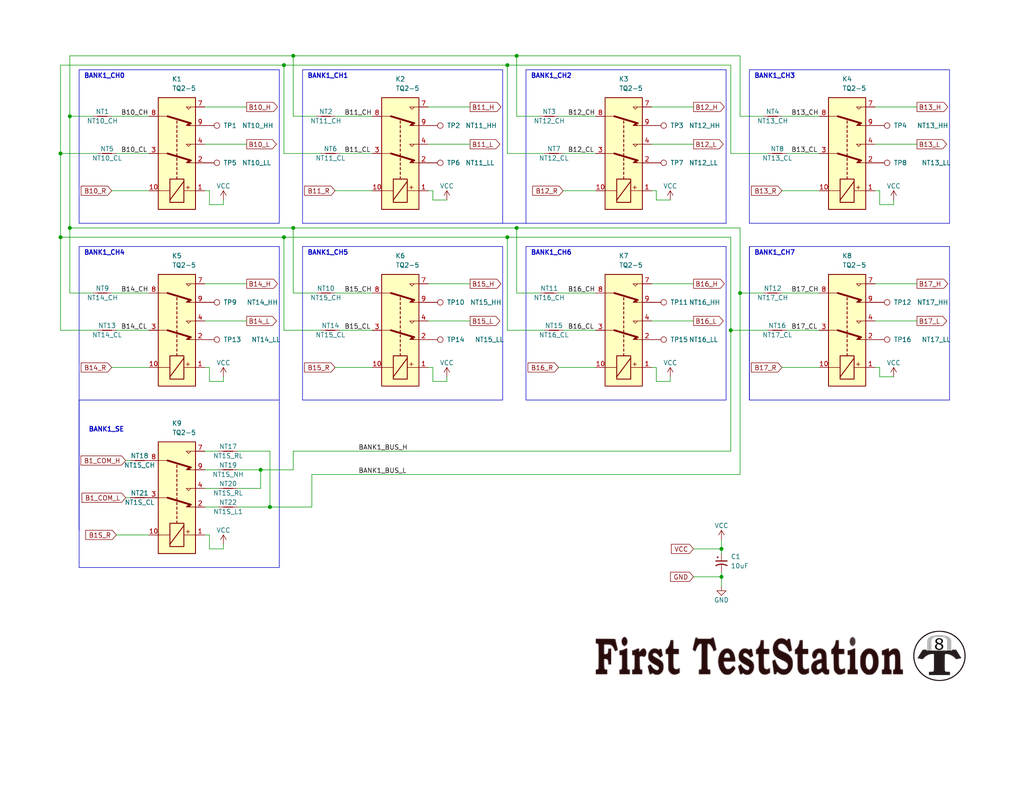
<source format=kicad_sch>
(kicad_sch (version 20230121) (generator eeschema)
  (paper "A")
  (title_block (title "Interconnect IO Board  640-1000-011") (date "2024-10-12") (rev "1.1"))
  (lib_symbols
    (symbol "Library:C_Polarized_Small_US" (pin_numbers hide) (pin_names (offset 0.254) hide)
      (property "Reference" "C" (at 0.254 1.778 0))
      (property "Value" "C_Polarized_Small_US" (at 0.254 -2.032 0))
      (symbol "C_Polarized_Small_US_0_1"
        (polyline (pts (xy -1.524 0.508) (xy 1.524 0.508)) (stroke (width 0.3048)))
        (polyline (pts (xy -1.27 1.524) (xy -0.762 1.524)))
        (polyline (pts (xy -1.016 1.27) (xy -1.016 1.778)))
        (arc (start 1.524 -0.762) (mid 0 -0.3734) (end -1.524 -0.762) (stroke (width 0.3048)))
      )
      (symbol "C_Polarized_Small_US_1_1"
        (pin passive line (at 0 2.54 270) (length 2.032) (name "~") (number "1"))
        (pin passive line (at 0 -2.54 90) (length 2.032) (name "~") (number "2"))
      )
    )
    (symbol "Library:NetTie_2" (pin_numbers hide) (pin_names (offset 0) hide)
      (property "Reference" "NT" (at 0 1.27 0))
      (property "Value" "NetTie_2" (at 0 -1.27 0))
      (symbol "NetTie_2_0_1"
        (polyline (pts (xy -1.27 0) (xy 1.27 0)) (stroke (width 0.254)))
      )
      (symbol "NetTie_2_1_1"
        (pin passive line (at -2.54 0 0) (length 2.54) (name "1") (number "1"))
        (pin passive line (at 2.54 0 180) (length 2.54) (name "2") (number "2"))
      )
    )
    (symbol "Library:TQ2-5"
      (property "Reference" "K?" (at 17.78 1.2701 0))
      (property "Value" "TQ2-5" (at 17.78 -1.2699 0))
      (symbol "TQ2-5_0_0"
        (text "+" (at -9.271 2.921 0) (effects (font (size 1.27 1.27))))
      )
      (symbol "TQ2-5_0_1"
        (rectangle (start -15.24 5.08) (end 15.24 -5.08) (stroke (width 0.254)) (fill (type background)))
        (rectangle (start -13.335 1.905) (end -6.985 -1.905) (stroke (width 0.254)))
        (polyline (pts (xy -12.7 -1.905) (xy -7.62 1.905)) (stroke (width 0.254)))
        (polyline (pts (xy -10.16 -5.08) (xy -10.16 -1.905)))
        (polyline (pts (xy -10.16 5.08) (xy -10.16 1.905)))
        (polyline (pts (xy -6.985 0) (xy -6.35 0)) (stroke (width 0.254)))
        (polyline (pts (xy -5.715 0) (xy -5.08 0)) (stroke (width 0.254)))
        (polyline (pts (xy -4.445 0) (xy -3.81 0)) (stroke (width 0.254)))
        (polyline (pts (xy -3.175 0) (xy -2.54 0)) (stroke (width 0.254)))
        (polyline (pts (xy -1.905 0) (xy -1.27 0)) (stroke (width 0.254)))
        (polyline (pts (xy -0.635 0) (xy 0 0)) (stroke (width 0.254)))
        (polyline (pts (xy 0 -2.54) (xy -1.905 3.81)) (stroke (width 0.508)))
        (polyline (pts (xy 0 -2.54) (xy 0 -5.08)))
        (polyline (pts (xy 0.635 0) (xy 1.27 0)) (stroke (width 0.254)))
        (polyline (pts (xy 1.905 0) (xy 2.54 0)) (stroke (width 0.254)))
        (polyline (pts (xy 3.175 0) (xy 3.81 0)) (stroke (width 0.254)))
        (polyline (pts (xy 4.445 0) (xy 5.08 0)) (stroke (width 0.254)))
        (polyline (pts (xy 5.715 0) (xy 6.35 0)) (stroke (width 0.254)))
        (polyline (pts (xy 6.985 0) (xy 7.62 0)) (stroke (width 0.254)))
        (polyline (pts (xy 8.255 0) (xy 8.89 0)) (stroke (width 0.254)))
        (polyline (pts (xy 10.16 -2.54) (xy 8.255 3.81)) (stroke (width 0.508)))
        (polyline (pts (xy 10.16 -2.54) (xy 10.16 -5.08)))
        (polyline (pts (xy -2.54 5.08) (xy -2.54 2.54) (xy -1.905 3.175) (xy -2.54 3.81)) (fill (type outline)))
        (polyline (pts (xy 2.54 5.08) (xy 2.54 2.54) (xy 1.905 3.175) (xy 2.54 3.81)))
        (polyline (pts (xy 7.62 5.08) (xy 7.62 2.54) (xy 8.255 3.175) (xy 7.62 3.81)) (fill (type outline)))
        (polyline (pts (xy 12.7 5.08) (xy 12.7 2.54) (xy 12.065 3.175) (xy 12.7 3.81)))
      )
      (symbol "TQ2-5_1_1"
        (pin passive line (at -10.16 7.62 270) (length 2.54) (name "~") (number "1"))
        (pin passive line (at -10.16 -7.62 90) (length 2.54) (name "~") (number "10"))
        (pin passive line (at -2.54 7.62 270) (length 2.54) (name "~") (number "2"))
        (pin passive line (at 0 -7.62 90) (length 2.54) (name "~") (number "3"))
        (pin passive line (at 2.54 7.62 270) (length 2.54) (name "~") (number "4"))
        (pin passive line (at 12.7 7.62 270) (length 2.54) (name "~") (number "7"))
        (pin passive line (at 10.16 -7.62 90) (length 2.54) (name "~") (number "8"))
        (pin passive line (at 7.62 7.62 270) (length 2.54) (name "~") (number "9"))
      )
    )
    (symbol "Library:TestPoint" (pin_numbers hide) (pin_names (offset 0.762) hide)
      (property "Reference" "TP" (at 0 6.858 0))
      (property "Value" "TestPoint" (at 0 5.08 0))
      (symbol "TestPoint_0_1"
        (circle (center 0 3.302) (radius 0.762))
      )
      (symbol "TestPoint_1_1"
        (pin passive line (at 0 0 90) (length 2.54) (name "1") (number "1"))
      )
    )
    (symbol "power:GND" (power) (pin_names (offset 0))
      (property "Value" "GND" (at 0 -3.81 0))
      (symbol "GND_0_1"
        (polyline (pts (xy 0 0) (xy 0 -1.27) (xy 1.27 -1.27) (xy 0 -2.54) (xy -1.27 -1.27) (xy 0 -1.27)))
      )
      (symbol "GND_1_1"
        (pin power_in line (at 0 0 270) (length 0) hide (name "GND") (number "1"))
      )
    )
    (symbol "power:VCC" (power) (pin_names (offset 0))
      (property "Value" "VCC" (at 0 3.81 0))
      (symbol "VCC_0_1"
        (polyline (pts (xy -0.762 1.27) (xy 0 2.54)))
        (polyline (pts (xy 0 0) (xy 0 2.54)))
        (polyline (pts (xy 0 2.54) (xy 0.762 1.27)))
      )
      (symbol "VCC_1_1"
        (pin power_in line (at 0 0 90) (length 0) hide (name "VCC") (number "1"))
      )
    )
  )
  (junction (at 138.43 64.77))
  (junction (at 71.12 128.27))
  (junction (at 196.85 149.86))
  (junction (at 16.51 64.77))
  (junction (at 80.01 62.23))
  (junction (at 77.47 64.77))
  (junction (at 199.39 90.17))
  (junction (at 140.97 15.24))
  (junction (at 73.66 138.43))
  (junction (at 201.93 80.01))
  (junction (at 19.05 31.75))
  (junction (at 77.47 17.78))
  (junction (at 196.85 157.48))
  (junction (at 19.05 62.23))
  (junction (at 16.51 41.91))
  (junction (at 140.97 62.23))
  (junction (at 80.01 15.24))
  (junction (at 138.43 17.78))
  (wire (pts (xy 77.47 41.91) (xy 77.47 17.78)))
  (wire (pts (xy 77.47 64.77) (xy 77.47 90.17)))
  (polyline (pts (xy 259.08 60.96) (xy 259.08 19.05)))
  (wire (pts (xy 199.39 41.91) (xy 209.55 41.91)))
  (wire (pts (xy 60.96 55.88) (xy 57.15 55.88)))
  (polyline (pts (xy 21.59 19.05) (xy 21.59 60.96)))
  (wire (pts (xy 16.51 90.17) (xy 26.67 90.17)))
  (wire (pts (xy 238.76 87.63) (xy 250.19 87.63)))
  (polyline (pts (xy 137.16 109.22) (xy 137.16 67.31)))
  (wire (pts (xy 116.84 87.63) (xy 128.27 87.63)))
  (wire (pts (xy 55.88 87.63) (xy 67.31 87.63)))
  (wire (pts (xy 80.01 31.75) (xy 80.01 15.24)))
  (wire (pts (xy 189.23 149.86) (xy 196.85 149.86)))
  (wire (pts (xy 213.36 31.75) (xy 223.52 31.75)))
  (wire (pts (xy 60.96 149.86) (xy 57.15 149.86)))
  (wire (pts (xy 243.84 54.61) (xy 243.84 55.88)))
  (wire (pts (xy 57.15 100.33) (xy 57.15 104.14)))
  (wire (pts (xy 116.84 29.21) (xy 128.27 29.21)))
  (wire (pts (xy 238.76 29.21) (xy 250.19 29.21)))
  (wire (pts (xy 80.01 15.24) (xy 19.05 15.24)))
  (wire (pts (xy 55.88 29.21) (xy 67.31 29.21)))
  (wire (pts (xy 19.05 62.23) (xy 80.01 62.23)))
  (wire (pts (xy 19.05 31.75) (xy 25.4 31.75)))
  (wire (pts (xy 201.93 129.54) (xy 85.09 129.54)))
  (polyline (pts (xy 137.16 60.96) (xy 137.16 19.05)))
  (wire (pts (xy 238.76 77.47) (xy 250.19 77.47)))
  (wire (pts (xy 64.77 133.35) (xy 71.12 133.35)))
  (polyline (pts (xy 198.12 19.05) (xy 143.51 19.05)))
  (wire (pts (xy 91.44 52.07) (xy 101.6 52.07)))
  (wire (pts (xy 16.51 64.77) (xy 16.51 90.17)))
  (wire (pts (xy 213.36 52.07) (xy 223.52 52.07)))
  (wire (pts (xy 16.51 17.78) (xy 77.47 17.78)))
  (wire (pts (xy 80.01 123.19) (xy 80.01 128.27)))
  (wire (pts (xy 208.28 80.01) (xy 201.93 80.01)))
  (wire (pts (xy 201.93 80.01) (xy 201.93 129.54)))
  (wire (pts (xy 55.88 77.47) (xy 67.31 77.47)))
  (polyline (pts (xy 76.2 60.96) (xy 76.2 19.05)))
  (wire (pts (xy 57.15 100.33) (xy 55.88 100.33)))
  (wire (pts (xy 182.88 102.87) (xy 182.88 104.14)))
  (wire (pts (xy 19.05 62.23) (xy 19.05 31.75)))
  (polyline (pts (xy 204.47 67.31) (xy 204.47 109.22)))
  (wire (pts (xy 80.01 62.23) (xy 80.01 80.01)))
  (polyline (pts (xy 143.51 109.22) (xy 198.12 109.22)))
  (wire (pts (xy 85.09 138.43) (xy 73.66 138.43)))
  (wire (pts (xy 182.88 104.14) (xy 179.07 104.14)))
  (wire (pts (xy 140.97 62.23) (xy 140.97 80.01)))
  (polyline (pts (xy 204.47 19.05) (xy 204.47 60.96)))
  (polyline (pts (xy 143.51 19.05) (xy 143.51 60.96)))
  (wire (pts (xy 91.44 31.75) (xy 101.6 31.75)))
  (wire (pts (xy 34.29 135.89) (xy 35.56 135.89)))
  (wire (pts (xy 152.4 31.75) (xy 162.56 31.75)))
  (wire (pts (xy 92.71 90.17) (xy 101.6 90.17)))
  (polyline (pts (xy 82.55 60.96) (xy 137.16 60.96)))
  (polyline (pts (xy 21.59 109.22) (xy 21.59 144.78)))
  (wire (pts (xy 30.48 52.07) (xy 40.64 52.07)))
  (polyline (pts (xy 76.2 154.94) (xy 76.2 146.05)))
  (wire (pts (xy 201.93 80.01) (xy 201.93 62.23)))
  (wire (pts (xy 213.36 80.01) (xy 223.52 80.01)))
  (polyline (pts (xy 76.2 146.05) (xy 76.2 67.31)))
  (wire (pts (xy 55.88 39.37) (xy 67.31 39.37)))
  (wire (pts (xy 138.43 90.17) (xy 148.59 90.17)))
  (wire (pts (xy 118.11 52.07) (xy 116.84 52.07)))
  (polyline (pts (xy 82.55 109.22) (xy 137.16 109.22)))
  (wire (pts (xy 243.84 102.87) (xy 240.03 102.87)))
  (wire (pts (xy 31.75 41.91) (xy 40.64 41.91)))
  (wire (pts (xy 153.67 90.17) (xy 162.56 90.17)))
  (wire (pts (xy 118.11 100.33) (xy 118.11 104.14)))
  (wire (pts (xy 16.51 64.77) (xy 77.47 64.77)))
  (polyline (pts (xy 143.51 60.96) (xy 198.12 60.96)))
  (wire (pts (xy 153.67 52.07) (xy 162.56 52.07)))
  (wire (pts (xy 138.43 41.91) (xy 148.59 41.91)))
  (polyline (pts (xy 143.51 109.22) (xy 143.51 67.31)))
  (wire (pts (xy 152.4 80.01) (xy 162.56 80.01)))
  (polyline (pts (xy 198.12 60.96) (xy 198.12 19.05)))
  (wire (pts (xy 140.97 80.01) (xy 147.32 80.01)))
  (wire (pts (xy 196.85 149.86) (xy 196.85 151.13)))
  (wire (pts (xy 85.09 129.54) (xy 85.09 138.43)))
  (wire (pts (xy 71.12 133.35) (xy 71.12 128.27)))
  (wire (pts (xy 153.67 41.91) (xy 162.56 41.91)))
  (wire (pts (xy 30.48 31.75) (xy 40.64 31.75)))
  (wire (pts (xy 240.03 100.33) (xy 240.03 102.87)))
  (wire (pts (xy 189.23 157.48) (xy 196.85 157.48)))
  (polyline (pts (xy 21.59 109.22) (xy 21.59 154.94)))
  (wire (pts (xy 55.88 123.19) (xy 59.69 123.19)))
  (wire (pts (xy 199.39 123.19) (xy 199.39 90.17)))
  (wire (pts (xy 121.92 102.87) (xy 121.92 104.14)))
  (wire (pts (xy 55.88 133.35) (xy 59.69 133.35)))
  (wire (pts (xy 116.84 77.47) (xy 128.27 77.47)))
  (wire (pts (xy 73.66 138.43) (xy 64.77 138.43)))
  (wire (pts (xy 16.51 41.91) (xy 26.67 41.91)))
  (wire (pts (xy 214.63 90.17) (xy 223.52 90.17)))
  (wire (pts (xy 57.15 52.07) (xy 55.88 52.07)))
  (wire (pts (xy 240.03 52.07) (xy 238.76 52.07)))
  (wire (pts (xy 118.11 52.07) (xy 118.11 54.61)))
  (polyline (pts (xy 21.59 67.31) (xy 21.59 109.22)))
  (wire (pts (xy 34.29 125.73) (xy 35.56 125.73)))
  (wire (pts (xy 91.44 80.01) (xy 101.6 80.01)))
  (wire (pts (xy 138.43 17.78) (xy 138.43 41.91)))
  (wire (pts (xy 25.4 80.01) (xy 19.05 80.01)))
  (wire (pts (xy 91.44 100.33) (xy 101.6 100.33)))
  (wire (pts (xy 179.07 100.33) (xy 177.8 100.33)))
  (polyline (pts (xy 76.2 19.05) (xy 21.59 19.05)))
  (wire (pts (xy 121.92 104.14) (xy 118.11 104.14)))
  (wire (pts (xy 177.8 29.21) (xy 189.23 29.21)))
  (wire (pts (xy 71.12 128.27) (xy 80.01 128.27)))
  (wire (pts (xy 199.39 90.17) (xy 209.55 90.17)))
  (wire (pts (xy 64.77 128.27) (xy 71.12 128.27)))
  (wire (pts (xy 240.03 52.07) (xy 240.03 55.88)))
  (wire (pts (xy 196.85 157.48) (xy 196.85 160.02)))
  (wire (pts (xy 16.51 41.91) (xy 16.51 17.78)))
  (wire (pts (xy 199.39 41.91) (xy 199.39 17.78)))
  (wire (pts (xy 77.47 17.78) (xy 138.43 17.78)))
  (wire (pts (xy 30.48 100.33) (xy 40.64 100.33)))
  (wire (pts (xy 201.93 62.23) (xy 140.97 62.23)))
  (wire (pts (xy 243.84 55.88) (xy 240.03 55.88)))
  (wire (pts (xy 77.47 90.17) (xy 87.63 90.17)))
  (wire (pts (xy 31.75 90.17) (xy 40.64 90.17)))
  (polyline (pts (xy 137.16 67.31) (xy 82.55 67.31)))
  (wire (pts (xy 201.93 31.75) (xy 201.93 15.24)))
  (wire (pts (xy 182.88 54.61) (xy 179.07 54.61)))
  (wire (pts (xy 80.01 123.19) (xy 199.39 123.19)))
  (wire (pts (xy 177.8 39.37) (xy 189.23 39.37)))
  (wire (pts (xy 16.51 64.77) (xy 16.51 41.91)))
  (wire (pts (xy 199.39 64.77) (xy 199.39 90.17)))
  (polyline (pts (xy 259.08 19.05) (xy 204.47 19.05)))
  (wire (pts (xy 30.48 80.01) (xy 40.64 80.01)))
  (polyline (pts (xy 82.55 19.05) (xy 82.55 60.96)))
  (wire (pts (xy 73.66 123.19) (xy 73.66 138.43)))
  (wire (pts (xy 177.8 87.63) (xy 189.23 87.63)))
  (wire (pts (xy 140.97 15.24) (xy 80.01 15.24)))
  (polyline (pts (xy 137.16 19.05) (xy 82.55 19.05)))
  (polyline (pts (xy 137.16 60.96) (xy 143.51 60.96)))
  (wire (pts (xy 208.28 31.75) (xy 201.93 31.75)))
  (wire (pts (xy 57.15 146.05) (xy 57.15 149.86)))
  (wire (pts (xy 140.97 31.75) (xy 140.97 15.24)))
  (wire (pts (xy 214.63 41.91) (xy 223.52 41.91)))
  (wire (pts (xy 80.01 62.23) (xy 140.97 62.23)))
  (wire (pts (xy 92.71 41.91) (xy 101.6 41.91)))
  (wire (pts (xy 179.07 52.07) (xy 177.8 52.07)))
  (wire (pts (xy 147.32 31.75) (xy 140.97 31.75)))
  (wire (pts (xy 138.43 64.77) (xy 138.43 90.17)))
  (polyline (pts (xy 259.08 67.31) (xy 204.47 67.31)))
  (wire (pts (xy 213.36 100.33) (xy 223.52 100.33)))
  (wire (pts (xy 179.07 100.33) (xy 179.07 104.14)))
  (wire (pts (xy 116.84 39.37) (xy 128.27 39.37)))
  (wire (pts (xy 77.47 41.91) (xy 87.63 41.91)))
  (wire (pts (xy 179.07 52.07) (xy 179.07 54.61)))
  (polyline (pts (xy 82.55 109.22) (xy 82.55 67.31)))
  (polyline (pts (xy 259.08 109.22) (xy 259.08 67.31)))
  (wire (pts (xy 55.88 138.43) (xy 59.69 138.43)))
  (polyline (pts (xy 204.47 67.31) (xy 204.47 109.22)))
  (polyline (pts (xy 198.12 109.22) (xy 198.12 67.31)))
  (wire (pts (xy 19.05 80.01) (xy 19.05 62.23)))
  (wire (pts (xy 121.92 54.61) (xy 118.11 54.61)))
  (polyline (pts (xy 204.47 109.22) (xy 259.08 109.22)))
  (wire (pts (xy 177.8 77.47) (xy 189.23 77.47)))
  (wire (pts (xy 138.43 64.77) (xy 199.39 64.77)))
  (wire (pts (xy 19.05 15.24) (xy 19.05 31.75)))
  (wire (pts (xy 57.15 52.07) (xy 57.15 55.88)))
  (wire (pts (xy 240.03 100.33) (xy 238.76 100.33)))
  (wire (pts (xy 64.77 123.19) (xy 73.66 123.19)))
  (wire (pts (xy 60.96 104.14) (xy 57.15 104.14)))
  (wire (pts (xy 80.01 80.01) (xy 86.36 80.01)))
  (wire (pts (xy 86.36 31.75) (xy 80.01 31.75)))
  (wire (pts (xy 201.93 15.24) (xy 140.97 15.24)))
  (wire (pts (xy 60.96 148.59) (xy 60.96 149.86)))
  (wire (pts (xy 57.15 146.05) (xy 55.88 146.05)))
  (wire (pts (xy 196.85 147.32) (xy 196.85 149.86)))
  (polyline (pts (xy 76.2 67.31) (xy 21.59 67.31)))
  (polyline (pts (xy 198.12 67.31) (xy 143.51 67.31)))
  (polyline (pts (xy 76.2 109.22) (xy 21.59 109.22)))
  (wire (pts (xy 152.4 100.33) (xy 162.56 100.33)))
  (wire (pts (xy 196.85 157.48) (xy 196.85 156.21)))
  (wire (pts (xy 31.75 146.05) (xy 40.64 146.05)))
  (polyline (pts (xy 204.47 60.96) (xy 259.08 60.96)))
  (wire (pts (xy 55.88 128.27) (xy 59.69 128.27)))
  (wire (pts (xy 77.47 64.77) (xy 138.43 64.77)))
  (wire (pts (xy 118.11 100.33) (xy 116.84 100.33)))
  (wire (pts (xy 199.39 17.78) (xy 138.43 17.78)))
  (wire (pts (xy 238.76 39.37) (xy 250.19 39.37)))
  (wire (pts (xy 60.96 102.87) (xy 60.96 104.14)))
  (wire (pts (xy 60.96 54.61) (xy 60.96 55.88)))
  (polyline (pts (xy 21.59 60.96) (xy 76.2 60.96)))
  (polyline (pts (xy 21.59 154.94) (xy 76.2 154.94)))
  (image (at 256.54 179.07))
  (image (at 204.47 179.07) (scale 2.13772))
  (text "BANK1_CH3" (at 205.74 21.59 0) (effects (font (size 1.27 1.27) (thickness 0.254) bold) (justify left bottom)))
  (text "BANK1_SE" (at 24.13 118.11 0) (effects (font (size 1.27 1.27) (thickness 0.254) bold) (justify left bottom)))
  (text "BANK1_CH7" (at 205.74 69.85 0) (effects (font (size 1.27 1.27) (thickness 0.254) bold) (justify left bottom)))
  (text "BANK1_CH5" (at 83.82 69.85 0) (effects (font (size 1.27 1.27) (thickness 0.254) bold) (justify left bottom)))
  (text "BANK1_CH1" (at 83.82 21.59 0) (effects (font (size 1.27 1.27) (thickness 0.254) bold) (justify left bottom)))
  (text "BANK1_CH4" (at 22.86 69.85 0) (effects (font (size 1.27 1.27) (thickness 0.254) bold) (justify left bottom)))
  (text "BANK1_CH0" (at 22.86 21.59 0) (effects (font (size 1.27 1.27) (thickness 0.254) bold) (justify left bottom)))
  (text "BANK1_CH2" (at 144.78 21.59 0) (effects (font (size 1.27 1.27) (thickness 0.254) bold) (justify left bottom)))
  (text "BANK1_CH6" (at 144.78 69.85 0) (effects (font (size 1.27 1.27) (thickness 0.254) bold) (justify left bottom)))
  (label "B12_CH" (at 154.94 31.75 0))
  (label "B15_CL" (at 93.98 90.17 0))
  (label "BANK1_BUS_L" (at 97.79 129.54 0))
  (label "B11_CL" (at 93.98 41.91 0))
  (label "B16_CH" (at 154.94 80.01 0))
  (label "B16_CL" (at 154.94 90.17 0))
  (label "B12_CL" (at 154.94 41.91 0))
  (label "B15_CH" (at 93.98 80.01 0))
  (label "B14_CH" (at 33.02 80.01 0))
  (label "B17_CL" (at 215.9 90.17 0))
  (label "B13_CH" (at 215.9 31.75 0))
  (label "B14_CL" (at 33.02 90.17 0))
  (label "B10_CL" (at 33.02 41.91 0))
  (label "B10_CH" (at 33.02 31.75 0))
  (label "B13_CL" (at 215.9 41.91 0))
  (label "B11_CH" (at 93.98 31.75 0))
  (label "BANK1_BUS_H" (at 97.79 123.19 0))
  (label "B17_CH" (at 215.9 80.01 0))
  (global_label "B15_L" (shape output) (at 128.27 87.63 0) (property "Intersheetrefs" "${INTERSHEET_REFS}" (effects hide)))
  (global_label "B12_R" (shape input) (at 153.67 52.07 180) (property "Intersheetrefs" "${INTERSHEET_REFS}" (effects hide)))
  (global_label "B17_H" (shape output) (at 250.19 77.47 0) (property "Intersheetrefs" "${INTERSHEET_REFS}" (effects hide)))
  (global_label "GND" (shape input) (at 189.23 157.48 180) (property "Intersheetrefs" "${INTERSHEET_REFS}" (effects hide)))
  (global_label "B17_L" (shape output) (at 250.19 87.63 0) (property "Intersheetrefs" "${INTERSHEET_REFS}" (effects hide)))
  (global_label "VCC" (shape input) (at 189.23 149.86 180) (property "Intersheetrefs" "${INTERSHEET_REFS}" (effects hide)))
  (global_label "B11_L" (shape output) (at 128.27 39.37 0) (property "Intersheetrefs" "${INTERSHEET_REFS}" (effects hide)))
  (global_label "B13_R" (shape input) (at 213.36 52.07 180) (property "Intersheetrefs" "${INTERSHEET_REFS}" (effects hide)))
  (global_label "B10_R" (shape input) (at 30.48 52.07 180) (property "Intersheetrefs" "${INTERSHEET_REFS}" (effects hide)))
  (global_label "B16_R" (shape input) (at 152.4 100.33 180) (property "Intersheetrefs" "${INTERSHEET_REFS}" (effects hide)))
  (global_label "B1_COM_H" (shape input) (at 34.29 125.73 180) (property "Intersheetrefs" "${INTERSHEET_REFS}" (effects hide)))
  (global_label "B16_H" (shape output) (at 189.23 77.47 0) (property "Intersheetrefs" "${INTERSHEET_REFS}" (effects hide)))
  (global_label "B14_H" (shape output) (at 67.31 77.47 0) (property "Intersheetrefs" "${INTERSHEET_REFS}" (effects hide)))
  (global_label "B14_L" (shape output) (at 67.31 87.63 0) (property "Intersheetrefs" "${INTERSHEET_REFS}" (effects hide)))
  (global_label "B14_R" (shape input) (at 30.48 100.33 180) (property "Intersheetrefs" "${INTERSHEET_REFS}" (effects hide)))
  (global_label "B11_R" (shape input) (at 91.44 52.07 180) (property "Intersheetrefs" "${INTERSHEET_REFS}" (effects hide)))
  (global_label "B12_H" (shape output) (at 189.23 29.21 0) (property "Intersheetrefs" "${INTERSHEET_REFS}" (effects hide)))
  (global_label "B15_H" (shape output) (at 128.27 77.47 0) (property "Intersheetrefs" "${INTERSHEET_REFS}" (effects hide)))
  (global_label "B16_L" (shape output) (at 189.23 87.63 0) (property "Intersheetrefs" "${INTERSHEET_REFS}" (effects hide)))
  (global_label "B12_L" (shape output) (at 189.23 39.37 0) (property "Intersheetrefs" "${INTERSHEET_REFS}" (effects hide)))
  (global_label "B17_R" (shape input) (at 213.36 100.33 180) (property "Intersheetrefs" "${INTERSHEET_REFS}" (effects hide)))
  (global_label "B15_R" (shape input) (at 91.44 100.33 180) (property "Intersheetrefs" "${INTERSHEET_REFS}" (effects hide)))
  (global_label "B10_H" (shape output) (at 67.31 29.21 0) (property "Intersheetrefs" "${INTERSHEET_REFS}" (effects hide)))
  (global_label "B1S_R" (shape input) (at 31.75 146.05 180) (property "Intersheetrefs" "${INTERSHEET_REFS}" (effects hide)))
  (global_label "B11_H" (shape output) (at 128.27 29.21 0) (property "Intersheetrefs" "${INTERSHEET_REFS}" (effects hide)))
  (global_label "B1_COM_L" (shape input) (at 34.29 135.89 180) (property "Intersheetrefs" "${INTERSHEET_REFS}" (effects hide)))
  (global_label "B13_H" (shape output) (at 250.19 29.21 0) (property "Intersheetrefs" "${INTERSHEET_REFS}" (effects hide)))
  (global_label "B10_L" (shape output) (at 67.31 39.37 0) (property "Intersheetrefs" "${INTERSHEET_REFS}" (effects hide)))
  (global_label "B13_L" (shape output) (at 250.19 39.37 0) (property "Intersheetrefs" "${INTERSHEET_REFS}" (effects hide)))
  (symbol (lib_id "Library:TestPoint") (at 55.88 92.71 270) (unit 1)
    (property "Reference" "TP13" (at 60.96 92.71 90) (effects (justify left)))
    (property "Value" "NT14_LL" (at 68.58 92.71 90) (effects (justify left)))
    (property "Footprint" "TestPoint:TestPoint_THTPad_D1.5mm_Drill0.7mm" (effects hide))
  )
  (symbol (lib_id "Library:NetTie_2") (at 62.23 123.19 0) (unit 1)
    (property "Reference" "NT17" (at 62.23 121.92 0))
    (property "Value" "NT1S_RL" (at 62.23 124.46 0))
    (property "Footprint" "NetTie:NetTie-2_Front1.0mm" (effects hide))
  )
  (symbol (lib_id "Library:TestPoint") (at 238.76 82.55 270) (unit 1)
    (property "Reference" "TP12" (at 243.84 82.55 90) (effects (justify left)))
    (property "Value" "NT17_HH" (at 250.19 82.55 90) (effects (justify left)))
    (property "Footprint" "TestPoint:TestPoint_THTPad_D1.5mm_Drill0.7mm" (effects hide))
  )
  (symbol (lib_id "Library:NetTie_2") (at 62.23 138.43 0) (unit 1)
    (property "Reference" "NT22" (at 62.23 137.16 0))
    (property "Value" "NT1S_L1" (at 62.23 139.7 0))
    (property "Footprint" "NetTie:NetTie-2_Front1.0mm" (effects hide))
  )
  (symbol (lib_id "Library:C_Polarized_Small_US") (at 196.85 153.67 0) (unit 1)
    (property "Reference" "C1" (at 199.39 151.9681 0) (effects (justify left)))
    (property "Value" "10uF" (at 199.39 154.5081 0) (effects (justify left)))
    (property "Footprint" "Capacitor_THT:CP_Radial_D4.0mm_P2.00mm" (effects hide))
  )
  (symbol (lib_id "Library:NetTie_2") (at 149.86 80.01 0) (unit 1)
    (property "Reference" "NT11" (at 149.86 78.74 0))
    (property "Value" "NT16_CH" (at 149.86 81.28 0))
    (property "Footprint" "NetTie:NetTie-2_Front1.0mm" (effects hide))
  )
  (symbol (lib_id "Library:TQ2-5") (at 231.14 41.91 270) (mirror x) (unit 1)
    (property "Reference" "K4" (at 231.14 21.59 90))
    (property "Value" "TQ2-5" (at 229.8701 24.13 90) (effects (justify left)))
    (property "Footprint" "Relay_THT:Relay_DPDT_FRT5" (effects hide))
    (property "Datasheet" "http://omronfs.omron.com/en_US/ecb/products/pdf/en-tq2.pdf" (effects hide))
  )
  (symbol (lib_id "power:VCC") (at 196.85 147.32 0) (unit 1)
    (property "Reference" "#PWR09" (effects hide))
    (property "Value" "VCC" (at 196.85 143.51 0))
  )
  (symbol (lib_id "Library:TestPoint") (at 177.8 82.55 270) (unit 1)
    (property "Reference" "TP11" (at 182.88 82.55 90) (effects (justify left)))
    (property "Value" "NT16_HH" (at 187.96 82.55 90) (effects (justify left)))
    (property "Footprint" "TestPoint:TestPoint_THTPad_D1.5mm_Drill0.7mm" (effects hide))
  )
  (symbol (lib_id "Library:NetTie_2") (at 210.82 80.01 0) (unit 1)
    (property "Reference" "NT12" (at 210.82 78.74 0))
    (property "Value" "NT17_CH" (at 210.82 81.28 0))
    (property "Footprint" "NetTie:NetTie-2_Front1.0mm" (effects hide))
  )
  (symbol (lib_id "Library:NetTie_2") (at 27.94 31.75 0) (unit 1)
    (property "Reference" "NT1" (at 27.94 30.48 0))
    (property "Value" "NT10_CH" (at 27.94 33.02 0))
    (property "Footprint" "NetTie:NetTie-2_Front1.0mm" (effects hide))
  )
  (symbol (lib_id "power:GND") (at 196.85 160.02 0) (unit 1)
    (property "Reference" "#PWR011" (effects hide))
    (property "Value" "GND" (at 196.85 163.83 0))
  )
  (symbol (lib_id "Library:TQ2-5") (at 48.26 41.91 270) (mirror x) (unit 1)
    (property "Reference" "K1" (at 48.26 21.59 90))
    (property "Value" "TQ2-5" (at 46.9901 24.13 90) (effects (justify left)))
    (property "Footprint" "Relay_THT:Relay_DPDT_FRT5" (effects hide))
    (property "Datasheet" "http://omronfs.omron.com/en_US/ecb/products/pdf/en-tq2.pdf" (effects hide))
  )
  (symbol (lib_id "Library:TQ2-5") (at 231.14 90.17 270) (mirror x) (unit 1)
    (property "Reference" "K8" (at 231.14 69.85 90))
    (property "Value" "TQ2-5" (at 229.8701 72.39 90) (effects (justify left)))
    (property "Footprint" "Relay_THT:Relay_DPDT_FRT5" (effects hide))
    (property "Datasheet" "http://omronfs.omron.com/en_US/ecb/products/pdf/en-tq2.pdf" (effects hide))
  )
  (symbol (lib_id "power:VCC") (at 121.92 102.87 0) (unit 1)
    (property "Reference" "#PWR06" (effects hide))
    (property "Value" "VCC" (at 121.92 99.06 0))
  )
  (symbol (lib_id "power:VCC") (at 182.88 102.87 0) (unit 1)
    (property "Reference" "#PWR07" (effects hide))
    (property "Value" "VCC" (at 182.88 99.06 0))
  )
  (symbol (lib_id "Library:NetTie_2") (at 38.1 135.89 0) (unit 1)
    (property "Reference" "NT21" (at 38.1 134.62 0))
    (property "Value" "NT1S_CL" (at 38.1 137.16 0))
    (property "Footprint" "NetTie:NetTie-2_Front1.0mm" (effects hide))
  )
  (symbol (lib_id "Library:NetTie_2") (at 212.09 41.91 0) (unit 1)
    (property "Reference" "NT8" (at 212.09 40.64 0))
    (property "Value" "NT13_CL" (at 212.09 43.18 0))
    (property "Footprint" "NetTie:NetTie-2_Front1.0mm" (effects hide))
  )
  (symbol (lib_id "Library:TQ2-5") (at 48.26 135.89 270) (mirror x) (unit 1)
    (property "Reference" "K9" (at 48.26 115.57 90))
    (property "Value" "TQ2-5" (at 46.9901 118.11 90) (effects (justify left)))
    (property "Footprint" "Relay_THT:Relay_DPDT_FRT5" (effects hide))
    (property "Datasheet" "http://omronfs.omron.com/en_US/ecb/products/pdf/en-tq2.pdf" (effects hide))
  )
  (symbol (lib_id "Library:NetTie_2") (at 149.86 31.75 0) (unit 1)
    (property "Reference" "NT3" (at 149.86 30.48 0))
    (property "Value" "NT12_CH" (at 149.86 33.02 0))
    (property "Footprint" "NetTie:NetTie-2_Front1.0mm" (effects hide))
  )
  (symbol (lib_id "Library:TestPoint") (at 116.84 34.29 270) (unit 1)
    (property "Reference" "TP2" (at 121.92 34.29 90) (effects (justify left)))
    (property "Value" "NT11_HH" (at 127 34.29 90) (effects (justify left)))
    (property "Footprint" "TestPoint:TestPoint_THTPad_D1.5mm_Drill0.7mm" (effects hide))
  )
  (symbol (lib_id "Library:TestPoint") (at 177.8 92.71 270) (unit 1)
    (property "Reference" "TP15" (at 182.88 92.71 90) (effects (justify left)))
    (property "Value" "NT16_LL" (at 187.96 92.71 90) (effects (justify left)))
    (property "Footprint" "TestPoint:TestPoint_THTPad_D1.5mm_Drill0.7mm" (effects hide))
  )
  (symbol (lib_id "Library:TQ2-5") (at 109.22 90.17 270) (mirror x) (unit 1)
    (property "Reference" "K6" (at 109.22 69.85 90))
    (property "Value" "TQ2-5" (at 107.9501 72.39 90) (effects (justify left)))
    (property "Footprint" "Relay_THT:Relay_DPDT_FRT5" (effects hide))
    (property "Datasheet" "http://omronfs.omron.com/en_US/ecb/products/pdf/en-tq2.pdf" (effects hide))
  )
  (symbol (lib_id "Library:NetTie_2") (at 62.23 128.27 0) (unit 1)
    (property "Reference" "NT19" (at 62.23 127 0))
    (property "Value" "NT1S_NH" (at 62.23 129.54 0))
    (property "Footprint" "NetTie:NetTie-2_Front1.0mm" (effects hide))
  )
  (symbol (lib_id "Library:TestPoint") (at 238.76 34.29 270) (unit 1)
    (property "Reference" "TP4" (at 243.84 34.29 90) (effects (justify left)))
    (property "Value" "NT13_HH" (at 250.19 34.29 90) (effects (justify left)))
    (property "Footprint" "TestPoint:TestPoint_THTPad_D1.5mm_Drill0.7mm" (effects hide))
  )
  (symbol (lib_id "Library:NetTie_2") (at 88.9 80.01 0) (unit 1)
    (property "Reference" "NT10" (at 88.9 78.74 0))
    (property "Value" "NT15_CH" (at 88.9 81.28 0))
    (property "Footprint" "NetTie:NetTie-2_Front1.0mm" (effects hide))
  )
  (symbol (lib_id "power:VCC") (at 60.96 102.87 0) (unit 1)
    (property "Reference" "#PWR05" (effects hide))
    (property "Value" "VCC" (at 60.96 99.06 0))
  )
  (symbol (lib_id "Library:TestPoint") (at 116.84 44.45 270) (unit 1)
    (property "Reference" "TP6" (at 121.92 44.45 90) (effects (justify left)))
    (property "Value" "NT11_LL" (at 127 44.45 90) (effects (justify left)))
    (property "Footprint" "TestPoint:TestPoint_THTPad_D1.5mm_Drill0.7mm" (effects hide))
  )
  (symbol (lib_id "Library:NetTie_2") (at 38.1 125.73 0) (unit 1)
    (property "Reference" "NT18" (at 38.1 124.46 0))
    (property "Value" "NT1S_CH" (at 38.1 127 0))
    (property "Footprint" "NetTie:NetTie-2_Front1.0mm" (effects hide))
  )
  (symbol (lib_id "power:VCC") (at 121.92 54.61 0) (unit 1)
    (property "Reference" "#PWR02" (effects hide))
    (property "Value" "VCC" (at 121.92 50.8 0))
  )
  (symbol (lib_id "Library:TestPoint") (at 238.76 92.71 270) (unit 1)
    (property "Reference" "TP16" (at 243.84 92.71 90) (effects (justify left)))
    (property "Value" "NT17_LL" (at 251.46 92.71 90) (effects (justify left)))
    (property "Footprint" "TestPoint:TestPoint_THTPad_D1.5mm_Drill0.7mm" (effects hide))
  )
  (symbol (lib_id "Library:TestPoint") (at 238.76 44.45 270) (unit 1)
    (property "Reference" "TP8" (at 243.84 44.45 90) (effects (justify left)))
    (property "Value" "NT13_LL" (at 251.46 44.45 90) (effects (justify left)))
    (property "Footprint" "TestPoint:TestPoint_THTPad_D1.5mm_Drill0.7mm" (effects hide))
  )
  (symbol (lib_id "Library:TestPoint") (at 116.84 92.71 270) (unit 1)
    (property "Reference" "TP14" (at 121.92 92.71 90) (effects (justify left)))
    (property "Value" "NT15_LL" (at 129.54 92.71 90) (effects (justify left)))
    (property "Footprint" "TestPoint:TestPoint_THTPad_D1.5mm_Drill0.7mm" (effects hide))
  )
  (symbol (lib_id "Library:NetTie_2") (at 88.9 31.75 0) (unit 1)
    (property "Reference" "NT2" (at 88.9 30.48 0))
    (property "Value" "NT11_CH" (at 88.9 33.02 0))
    (property "Footprint" "NetTie:NetTie-2_Front1.0mm" (effects hide))
  )
  (symbol (lib_id "power:VCC") (at 243.84 102.87 0) (unit 1)
    (property "Reference" "#PWR08" (effects hide))
    (property "Value" "VCC" (at 243.84 99.06 0))
  )
  (symbol (lib_id "Library:NetTie_2") (at 27.94 80.01 0) (unit 1)
    (property "Reference" "NT9" (at 27.94 78.74 0))
    (property "Value" "NT14_CH" (at 27.94 81.28 0))
    (property "Footprint" "NetTie:NetTie-2_Front1.0mm" (effects hide))
  )
  (symbol (lib_id "Library:TQ2-5") (at 109.22 41.91 270) (mirror x) (unit 1)
    (property "Reference" "K2" (at 109.22 21.59 90))
    (property "Value" "TQ2-5" (at 107.9501 24.13 90) (effects (justify left)))
    (property "Footprint" "Relay_THT:Relay_DPDT_FRT5" (effects hide))
    (property "Datasheet" "http://omronfs.omron.com/en_US/ecb/products/pdf/en-tq2.pdf" (effects hide))
  )
  (symbol (lib_id "power:VCC") (at 60.96 54.61 0) (unit 1)
    (property "Reference" "#PWR01" (effects hide))
    (property "Value" "VCC" (at 60.96 50.8 0))
  )
  (symbol (lib_id "Library:TQ2-5") (at 170.18 90.17 270) (mirror x) (unit 1)
    (property "Reference" "K7" (at 170.18 69.85 90))
    (property "Value" "TQ2-5" (at 168.9101 72.39 90) (effects (justify left)))
    (property "Footprint" "Relay_THT:Relay_DPDT_FRT5" (effects hide))
    (property "Datasheet" "http://omronfs.omron.com/en_US/ecb/products/pdf/en-tq2.pdf" (effects hide))
  )
  (symbol (lib_id "Library:NetTie_2") (at 90.17 41.91 0) (unit 1)
    (property "Reference" "NT6" (at 90.17 40.64 0))
    (property "Value" "NT11_CL" (at 90.17 43.18 0))
    (property "Footprint" "NetTie:NetTie-2_Front1.0mm" (effects hide))
  )
  (symbol (lib_id "Library:NetTie_2") (at 29.21 90.17 0) (unit 1)
    (property "Reference" "NT13" (at 29.21 88.9 0))
    (property "Value" "NT14_CL" (at 29.21 91.44 0))
    (property "Footprint" "NetTie:NetTie-2_Front1.0mm" (effects hide))
  )
  (symbol (lib_id "Library:TQ2-5") (at 170.18 41.91 270) (mirror x) (unit 1)
    (property "Reference" "K3" (at 170.18 21.59 90))
    (property "Value" "TQ2-5" (at 168.9101 24.13 90) (effects (justify left)))
    (property "Footprint" "Relay_THT:Relay_DPDT_FRT5" (effects hide))
    (property "Datasheet" "http://omronfs.omron.com/en_US/ecb/products/pdf/en-tq2.pdf" (effects hide))
  )
  (symbol (lib_id "power:VCC") (at 243.84 54.61 0) (unit 1)
    (property "Reference" "#PWR04" (effects hide))
    (property "Value" "VCC" (at 243.84 50.8 0))
  )
  (symbol (lib_id "Library:NetTie_2") (at 62.23 133.35 0) (unit 1)
    (property "Reference" "NT20" (at 62.23 132.08 0))
    (property "Value" "NT1S_RL" (at 62.23 134.62 0))
    (property "Footprint" "NetTie:NetTie-2_Front1.0mm" (effects hide))
  )
  (symbol (lib_id "Library:TestPoint") (at 55.88 34.29 270) (unit 1)
    (property "Reference" "TP1" (at 60.96 34.29 90) (effects (justify left)))
    (property "Value" "NT10_HH" (at 66.04 34.29 90) (effects (justify left)))
    (property "Footprint" "TestPoint:TestPoint_THTPad_D1.5mm_Drill0.7mm" (effects hide))
  )
  (symbol (lib_id "Library:NetTie_2") (at 29.21 41.91 0) (unit 1)
    (property "Reference" "NT5" (at 29.21 40.64 0))
    (property "Value" "NT10_CL" (at 29.21 43.18 0))
    (property "Footprint" "NetTie:NetTie-2_Front1.0mm" (effects hide))
  )
  (symbol (lib_id "power:VCC") (at 60.96 148.59 0) (unit 1)
    (property "Reference" "#PWR010" (effects hide))
    (property "Value" "VCC" (at 60.96 144.78 0))
  )
  (symbol (lib_id "Library:TQ2-5") (at 48.26 90.17 270) (mirror x) (unit 1)
    (property "Reference" "K5" (at 48.26 69.85 90))
    (property "Value" "TQ2-5" (at 46.9901 72.39 90) (effects (justify left)))
    (property "Footprint" "Relay_THT:Relay_DPDT_FRT5" (effects hide))
    (property "Datasheet" "http://omronfs.omron.com/en_US/ecb/products/pdf/en-tq2.pdf" (effects hide))
  )
  (symbol (lib_id "Library:TestPoint") (at 177.8 44.45 270) (unit 1)
    (property "Reference" "TP7" (at 182.88 44.45 90) (effects (justify left)))
    (property "Value" "NT12_LL" (at 187.96 44.45 90) (effects (justify left)))
    (property "Footprint" "TestPoint:TestPoint_THTPad_D1.5mm_Drill0.7mm" (effects hide))
  )
  (symbol (lib_id "Library:TestPoint") (at 55.88 44.45 270) (unit 1)
    (property "Reference" "TP5" (at 60.96 44.45 90) (effects (justify left)))
    (property "Value" "NT10_LL" (at 66.04 44.45 90) (effects (justify left)))
    (property "Footprint" "TestPoint:TestPoint_THTPad_D1.5mm_Drill0.7mm" (effects hide))
  )
  (symbol (lib_id "power:VCC") (at 182.88 54.61 0) (unit 1)
    (property "Reference" "#PWR03" (effects hide))
    (property "Value" "VCC" (at 182.88 50.8 0))
  )
  (symbol (lib_id "Library:NetTie_2") (at 210.82 31.75 0) (unit 1)
    (property "Reference" "NT4" (at 210.82 30.48 0))
    (property "Value" "NT13_CH" (at 210.82 33.02 0))
    (property "Footprint" "NetTie:NetTie-2_Front1.0mm" (effects hide))
  )
  (symbol (lib_id "Library:NetTie_2") (at 212.09 90.17 0) (unit 1)
    (property "Reference" "NT16" (at 212.09 88.9 0))
    (property "Value" "NT17_CL" (at 212.09 91.44 0))
    (property "Footprint" "NetTie:NetTie-2_Front1.0mm" (effects hide))
  )
  (symbol (lib_id "Library:NetTie_2") (at 90.17 90.17 0) (unit 1)
    (property "Reference" "NT14" (at 90.17 88.9 0))
    (property "Value" "NT15_CL" (at 90.17 91.44 0))
    (property "Footprint" "NetTie:NetTie-2_Front1.0mm" (effects hide))
  )
  (symbol (lib_id "Library:TestPoint") (at 116.84 82.55 270) (unit 1)
    (property "Reference" "TP10" (at 121.92 82.55 90) (effects (justify left)))
    (property "Value" "NT15_HH" (at 128.27 82.55 90) (effects (justify left)))
    (property "Footprint" "TestPoint:TestPoint_THTPad_D1.5mm_Drill0.7mm" (effects hide))
  )
  (symbol (lib_id "Library:TestPoint") (at 55.88 82.55 270) (unit 1)
    (property "Reference" "TP9" (at 60.96 82.55 90) (effects (justify left)))
    (property "Value" "NT14_HH" (at 67.31 82.55 90) (effects (justify left)))
    (property "Footprint" "TestPoint:TestPoint_THTPad_D1.5mm_Drill0.7mm" (effects hide))
  )
  (symbol (lib_id "Library:NetTie_2") (at 151.13 41.91 0) (unit 1)
    (property "Reference" "NT7" (at 151.13 40.64 0))
    (property "Value" "NT12_CL" (at 151.13 43.18 0))
    (property "Footprint" "NetTie:NetTie-2_Front1.0mm" (effects hide))
  )
  (symbol (lib_id "Library:NetTie_2") (at 151.13 90.17 0) (unit 1)
    (property "Reference" "NT15" (at 151.13 88.9 0))
    (property "Value" "NT16_CL" (at 151.13 91.44 0))
    (property "Footprint" "NetTie:NetTie-2_Front1.0mm" (effects hide))
  )
  (symbol (lib_id "Library:TestPoint") (at 177.8 34.29 270) (unit 1)
    (property "Reference" "TP3" (at 182.88 34.29 90) (effects (justify left)))
    (property "Value" "NT12_HH" (at 187.96 34.29 90) (effects (justify left)))
    (property "Footprint" "TestPoint:TestPoint_THTPad_D1.5mm_Drill0.7mm" (effects hide))
  )
)
</source>
